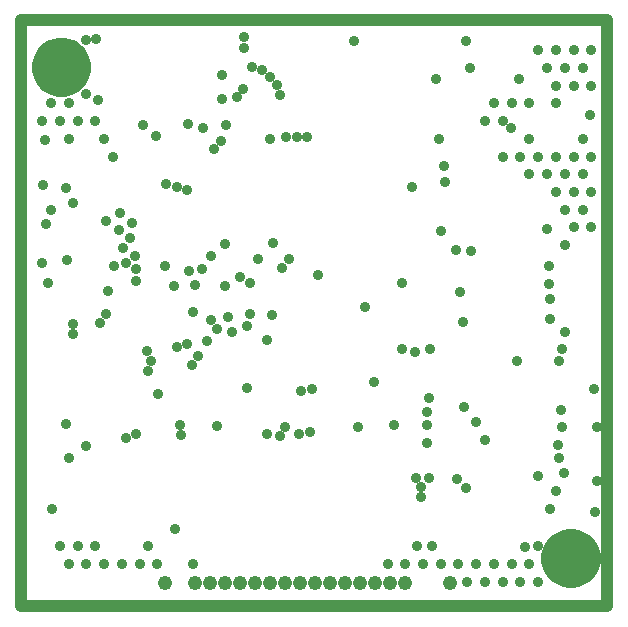
<source format=gbr>
%TF.GenerationSoftware,Altium Limited,Altium Designer,20.2.5 (213)*%
G04 Layer_Physical_Order=4*
G04 Layer_Color=128*
%FSLAX44Y44*%
%MOMM*%
%TF.SameCoordinates,159794D8-7842-4491-B27A-FE66E37C9FAE*%
%TF.FilePolarity,Negative*%
%TF.FileFunction,Copper,L4,Inr,Plane*%
%TF.Part,Single*%
G01*
G75*
%TA.AperFunction,NonConductor*%
%ADD31C,1.0160*%
%TA.AperFunction,ComponentPad*%
%ADD32C,1.2112*%
%TA.AperFunction,ViaPad*%
%ADD33C,0.9112*%
G36*
X367848Y905303D02*
X371488Y903795D01*
X374764Y901607D01*
X377550Y898821D01*
X379738Y895545D01*
X381246Y891905D01*
X382015Y888041D01*
Y886071D01*
Y884102D01*
X381246Y880238D01*
X379738Y876598D01*
X377550Y873322D01*
X374764Y870536D01*
X371488Y868348D01*
X367848Y866840D01*
X363984Y866071D01*
X360045D01*
X356181Y866840D01*
X352541Y868348D01*
X349265Y870536D01*
X346480Y873322D01*
X344291Y876598D01*
X342783Y880238D01*
X342015Y884102D01*
Y886071D01*
Y888041D01*
X342783Y891905D01*
X344291Y895545D01*
X346480Y898821D01*
X349265Y901607D01*
X352541Y903795D01*
X356181Y905303D01*
X360045Y906071D01*
X363984D01*
X367848Y905303D01*
D02*
G37*
G36*
X799182Y489526D02*
X802822Y488019D01*
X806098Y485830D01*
X808884Y483044D01*
X811072Y479769D01*
X812580Y476129D01*
X813348Y472265D01*
Y470295D01*
Y468325D01*
X812580Y464461D01*
X811072Y460821D01*
X808884Y457546D01*
X806098Y454760D01*
X802822Y452571D01*
X799182Y451064D01*
X795318Y450295D01*
X791379D01*
X787515Y451064D01*
X783875Y452571D01*
X780599Y454760D01*
X777813Y457546D01*
X775625Y460821D01*
X774117Y464461D01*
X773348Y468325D01*
Y470295D01*
Y472265D01*
X774117Y476129D01*
X775625Y479769D01*
X777813Y483044D01*
X780599Y485830D01*
X783875Y488019D01*
X787515Y489526D01*
X791379Y490295D01*
X795318D01*
X799182Y489526D01*
D02*
G37*
D31*
X795318Y490295D02*
X799182Y489526D01*
X802822Y488019D01*
X806098Y485830D01*
X808884Y483044D01*
X811072Y479769D01*
X812580Y476129D01*
X813348Y472265D01*
Y470295D02*
Y472265D01*
Y468325D02*
Y470295D01*
X812580Y464461D02*
X813348Y468325D01*
X811072Y460821D02*
X812580Y464461D01*
X808884Y457546D02*
X811072Y460821D01*
X806098Y454760D02*
X808884Y457546D01*
X802822Y452571D02*
X806098Y454760D01*
X799182Y451064D02*
X802822Y452571D01*
X795318Y450295D02*
X799182Y451064D01*
X791379Y450295D02*
X795318D01*
X787515Y451064D02*
X791379Y450295D01*
X783875Y452571D02*
X787515Y451064D01*
X780599Y454760D02*
X783875Y452571D01*
X777813Y457546D02*
X780599Y454760D01*
X775625Y460821D02*
X777813Y457546D01*
X774117Y464461D02*
X775625Y460821D01*
X773348Y468325D02*
X774117Y464461D01*
X773348Y468325D02*
Y470295D01*
Y472265D01*
X774117Y476129D01*
X775625Y479769D01*
X777813Y483044D01*
X780599Y485830D01*
X783875Y488019D01*
X787515Y489526D01*
X791379Y490295D01*
X795318D01*
X363984Y906071D02*
X367848Y905303D01*
X371488Y903795D01*
X374764Y901607D01*
X377550Y898821D01*
X379738Y895545D01*
X381246Y891905D01*
X382015Y888041D01*
Y886071D02*
Y888041D01*
Y884102D02*
Y886071D01*
X381246Y880238D02*
X382015Y884102D01*
X379738Y876598D02*
X381246Y880238D01*
X377550Y873322D02*
X379738Y876598D01*
X374764Y870536D02*
X377550Y873322D01*
X371488Y868348D02*
X374764Y870536D01*
X367848Y866840D02*
X371488Y868348D01*
X363984Y866071D02*
X367848Y866840D01*
X360045Y866071D02*
X363984D01*
X356181Y866840D02*
X360045Y866071D01*
X352541Y868348D02*
X356181Y866840D01*
X349265Y870536D02*
X352541Y868348D01*
X346480Y873322D02*
X349265Y870536D01*
X344291Y876598D02*
X346480Y873322D01*
X342783Y880238D02*
X344291Y876598D01*
X342015Y884102D02*
X342783Y880238D01*
X342015Y884102D02*
Y886071D01*
Y888041D01*
X342783Y891905D01*
X344291Y895545D01*
X346480Y898821D01*
X349265Y901607D01*
X352541Y903795D01*
X356181Y905303D01*
X360045Y906071D01*
X363984D01*
X823802Y430022D02*
X823802Y925830D01*
X327738Y925830D02*
X823802Y925830D01*
X327738Y430022D02*
X327738Y925830D01*
X327738Y430022D02*
X823802Y430022D01*
D32*
X449580Y449580D02*
D03*
X474980D02*
D03*
X487680D02*
D03*
X500380D02*
D03*
X513080D02*
D03*
X525780D02*
D03*
X538480D02*
D03*
X551180D02*
D03*
X563880D02*
D03*
X576580D02*
D03*
X589280D02*
D03*
X601980D02*
D03*
X614680D02*
D03*
X627380D02*
D03*
X640080D02*
D03*
X652780D02*
D03*
X690880D02*
D03*
D33*
X424180Y726516D02*
D03*
X468630Y782498D02*
D03*
X366268Y583946D02*
D03*
X810686Y900554D02*
D03*
Y870554D02*
D03*
Y810554D02*
D03*
Y780554D02*
D03*
Y750554D02*
D03*
X795686Y900554D02*
D03*
X803186Y885554D02*
D03*
X795686Y870554D02*
D03*
X803186Y825554D02*
D03*
X795686Y810554D02*
D03*
X803186Y795554D02*
D03*
X795686Y780554D02*
D03*
X803186Y765554D02*
D03*
X795686Y750554D02*
D03*
X780686Y900554D02*
D03*
X788186Y885554D02*
D03*
X780686Y870554D02*
D03*
Y810554D02*
D03*
X788186Y795554D02*
D03*
X780686Y780554D02*
D03*
X788186Y765554D02*
D03*
Y735554D02*
D03*
X765686Y900554D02*
D03*
X773186Y885554D02*
D03*
X765686Y810554D02*
D03*
X773186Y795554D02*
D03*
X765686Y540554D02*
D03*
Y480554D02*
D03*
Y450554D02*
D03*
X758186Y855554D02*
D03*
Y825554D02*
D03*
X750686Y810554D02*
D03*
X758186Y795554D02*
D03*
Y465554D02*
D03*
X750686Y450554D02*
D03*
X743186Y855554D02*
D03*
X735686Y840554D02*
D03*
Y810554D02*
D03*
X743186Y465554D02*
D03*
X735686Y450554D02*
D03*
X728186Y855554D02*
D03*
X720686Y840554D02*
D03*
Y570554D02*
D03*
X728186Y465554D02*
D03*
X720686Y450554D02*
D03*
X713186Y585554D02*
D03*
Y465554D02*
D03*
X705686Y450554D02*
D03*
X698186Y465554D02*
D03*
X675686Y480554D02*
D03*
X683186Y465554D02*
D03*
X668186D02*
D03*
X653186D02*
D03*
X638186D02*
D03*
X473186D02*
D03*
X458186Y495554D02*
D03*
X435686Y480554D02*
D03*
X443186Y465554D02*
D03*
X428186D02*
D03*
X405686Y810554D02*
D03*
X413186Y465554D02*
D03*
X390686Y840554D02*
D03*
X398186Y825554D02*
D03*
X390686Y480554D02*
D03*
X398186Y465554D02*
D03*
X375686Y840554D02*
D03*
Y480554D02*
D03*
X383186Y465554D02*
D03*
X368186Y855554D02*
D03*
X360686Y840554D02*
D03*
X368186Y825554D02*
D03*
Y555554D02*
D03*
X360686Y480554D02*
D03*
X368186Y465554D02*
D03*
X353186Y855554D02*
D03*
X345686Y840554D02*
D03*
X353186Y765554D02*
D03*
X345686Y720554D02*
D03*
X354028Y512572D02*
D03*
X391167Y910367D02*
D03*
X382845Y909640D02*
D03*
X383032Y863346D02*
D03*
X431230Y837607D02*
D03*
X441960Y828040D02*
D03*
X392684Y858266D02*
D03*
X708152Y885698D02*
D03*
X749046Y876046D02*
D03*
X704850Y908050D02*
D03*
X809752Y846074D02*
D03*
X781050Y855980D02*
D03*
X742950Y834390D02*
D03*
X516455Y902913D02*
D03*
X498335Y879667D02*
D03*
X498094Y859282D02*
D03*
X510286Y860806D02*
D03*
X516128Y867410D02*
D03*
X501658Y837351D02*
D03*
X523335Y886392D02*
D03*
X679274Y876007D02*
D03*
X496824Y823976D02*
D03*
X490982Y816610D02*
D03*
X416982Y572585D02*
D03*
X425376Y575310D02*
D03*
X462788Y583184D02*
D03*
X463042Y574548D02*
D03*
X401066Y696722D02*
D03*
X400050Y676910D02*
D03*
X434086Y646194D02*
D03*
X443738Y609854D02*
D03*
X650440Y648008D02*
D03*
X673862Y647446D02*
D03*
X704850Y529844D02*
D03*
X661416Y645414D02*
D03*
X671195Y567690D02*
D03*
X547116Y574040D02*
D03*
X562983Y575410D02*
D03*
X551434Y581660D02*
D03*
X572491Y577174D02*
D03*
X535940Y575310D02*
D03*
X661924Y538480D02*
D03*
X574510Y613410D02*
D03*
X564896Y611886D02*
D03*
X450855Y787405D02*
D03*
X469333Y837799D02*
D03*
X658934Y784860D02*
D03*
X541313Y737577D02*
D03*
X528320Y723900D02*
D03*
X513080Y708660D02*
D03*
X481734Y834390D02*
D03*
X516715Y911399D02*
D03*
X365760Y783590D02*
D03*
X371618Y771360D02*
D03*
X579198Y709930D02*
D03*
X554990Y723900D02*
D03*
X538480Y825500D02*
D03*
X570225Y826765D02*
D03*
X561335D02*
D03*
X643162Y582930D02*
D03*
X494030Y582351D02*
D03*
X367030Y722630D02*
D03*
X540577Y676525D02*
D03*
X536241Y654895D02*
D03*
X650240Y703580D02*
D03*
X350520D02*
D03*
X382619Y565499D02*
D03*
X347980Y824230D02*
D03*
X346710Y786130D02*
D03*
X349250Y753110D02*
D03*
X609600Y908639D02*
D03*
X681990Y825500D02*
D03*
X685800Y802564D02*
D03*
X687070Y788670D02*
D03*
X695960Y731520D02*
D03*
X708660Y730250D02*
D03*
X618783Y683260D02*
D03*
X773430Y749300D02*
D03*
X699770Y695960D02*
D03*
X702820Y598680D02*
D03*
X754380Y480060D02*
D03*
X775970Y511810D02*
D03*
X663465Y480816D02*
D03*
X673100Y538480D02*
D03*
X812800Y613410D02*
D03*
X815044Y581364D02*
D03*
X814070Y509270D02*
D03*
X815340Y535940D02*
D03*
X394970Y669290D02*
D03*
X626531Y619760D02*
D03*
X371531Y660320D02*
D03*
X371981Y668860D02*
D03*
X702310Y670153D02*
D03*
X613410Y581660D02*
D03*
X417074Y720085D02*
D03*
X414020Y732790D02*
D03*
X410853Y748030D02*
D03*
X552450Y826770D02*
D03*
X547370Y862330D02*
D03*
X544830Y871220D02*
D03*
X538423Y877570D02*
D03*
X531875Y884239D02*
D03*
X683260Y747567D02*
D03*
X406768Y717648D02*
D03*
X425450Y704850D02*
D03*
X435610Y628650D02*
D03*
X425450Y715010D02*
D03*
X449580Y717550D02*
D03*
X411480Y762567D02*
D03*
X400050Y755650D02*
D03*
X421640Y754380D02*
D03*
X420370Y741680D02*
D03*
X469900Y713740D02*
D03*
X459740Y784860D02*
D03*
Y648970D02*
D03*
X468630Y651510D02*
D03*
X457200Y701040D02*
D03*
X500380Y736600D02*
D03*
X671830Y582930D02*
D03*
Y594360D02*
D03*
X673100Y605790D02*
D03*
X697230Y537960D02*
D03*
X666750Y522320D02*
D03*
Y530860D02*
D03*
X781050Y527050D02*
D03*
X787400Y542290D02*
D03*
X774700Y717550D02*
D03*
X748030Y637540D02*
D03*
X776029Y673100D02*
D03*
X775970Y689610D02*
D03*
X774700Y702310D02*
D03*
X786130Y647700D02*
D03*
X783590Y637540D02*
D03*
X519430Y614680D02*
D03*
X438150Y637540D02*
D03*
X472440Y633730D02*
D03*
X477520Y641350D02*
D03*
X485140Y654050D02*
D03*
X784669Y595630D02*
D03*
X782526Y566680D02*
D03*
X783590Y554990D02*
D03*
X786130Y581660D02*
D03*
X788670Y661670D02*
D03*
X488950Y726440D02*
D03*
X481330Y715010D02*
D03*
X488893Y671830D02*
D03*
X494030Y664210D02*
D03*
X506730Y661670D02*
D03*
X518891Y667481D02*
D03*
X548640Y716280D02*
D03*
X473103Y678613D02*
D03*
X521255Y677465D02*
D03*
X503103Y674370D02*
D03*
X521970Y703580D02*
D03*
X500380Y701040D02*
D03*
X475505Y701565D02*
D03*
%TF.MD5,5d6a42554ad6508f588874c113be9453*%
M02*

</source>
